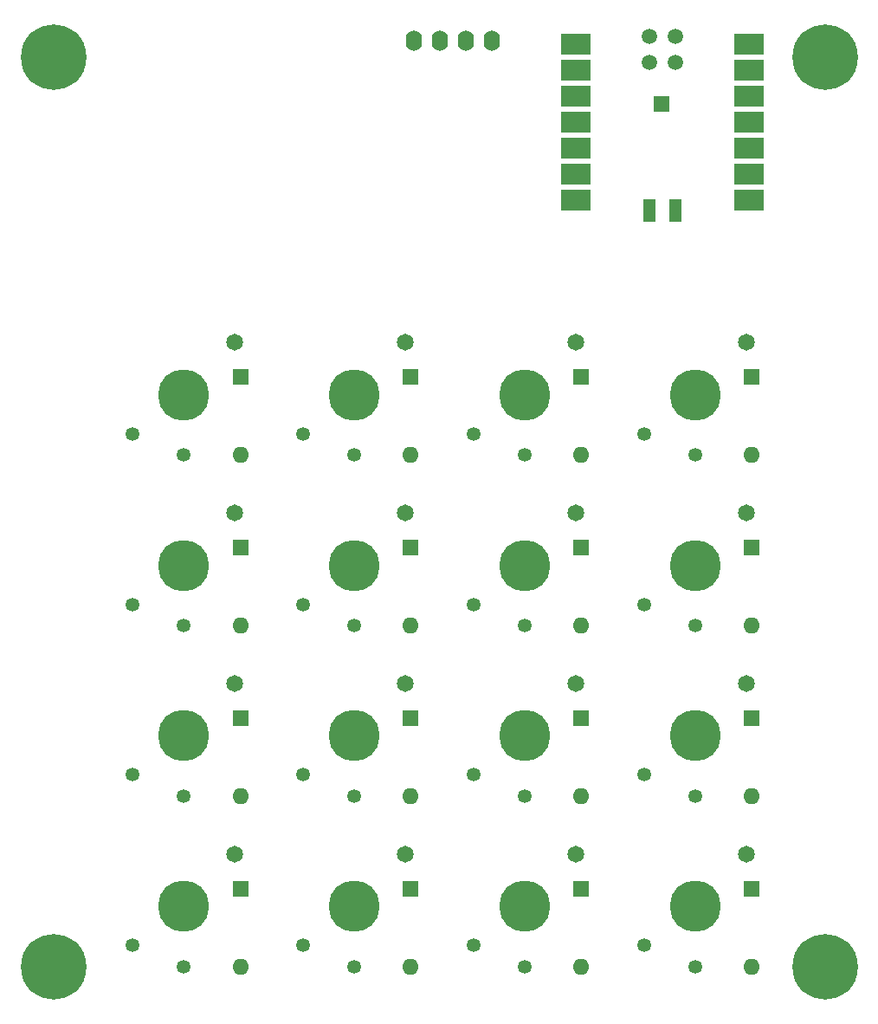
<source format=gbs>
G04 #@! TF.GenerationSoftware,KiCad,Pcbnew,7.0.11*
G04 #@! TF.CreationDate,2024-09-20T17:57:02+02:00*
G04 #@! TF.ProjectId,macropad,6d616372-6f70-4616-942e-6b696361645f,rev?*
G04 #@! TF.SameCoordinates,Original*
G04 #@! TF.FileFunction,Soldermask,Bot*
G04 #@! TF.FilePolarity,Negative*
%FSLAX46Y46*%
G04 Gerber Fmt 4.6, Leading zero omitted, Abs format (unit mm)*
G04 Created by KiCad (PCBNEW 7.0.11) date 2024-09-20 17:57:02*
%MOMM*%
%LPD*%
G01*
G04 APERTURE LIST*
G04 Aperture macros list*
%AMRoundRect*
0 Rectangle with rounded corners*
0 $1 Rounding radius*
0 $2 $3 $4 $5 $6 $7 $8 $9 X,Y pos of 4 corners*
0 Add a 4 corners polygon primitive as box body*
4,1,4,$2,$3,$4,$5,$6,$7,$8,$9,$2,$3,0*
0 Add four circle primitives for the rounded corners*
1,1,$1+$1,$2,$3*
1,1,$1+$1,$4,$5*
1,1,$1+$1,$6,$7*
1,1,$1+$1,$8,$9*
0 Add four rect primitives between the rounded corners*
20,1,$1+$1,$2,$3,$4,$5,0*
20,1,$1+$1,$4,$5,$6,$7,0*
20,1,$1+$1,$6,$7,$8,$9,0*
20,1,$1+$1,$8,$9,$2,$3,0*%
G04 Aperture macros list end*
%ADD10C,5.000000*%
%ADD11C,1.650000*%
%ADD12C,1.350000*%
%ADD13O,1.600000X2.000000*%
%ADD14C,6.400000*%
%ADD15RoundRect,0.250000X-0.550000X-0.550000X0.550000X-0.550000X0.550000X0.550000X-0.550000X0.550000X0*%
%ADD16R,1.600000X1.600000*%
%ADD17O,1.600000X1.600000*%
%ADD18R,3.000000X2.000000*%
%ADD19C,1.500000*%
%ADD20R,1.300000X2.300000*%
G04 APERTURE END LIST*
D10*
X137431250Y-103831250D03*
D11*
X142431250Y-98681250D03*
D12*
X137431250Y-109731250D03*
X132431250Y-107631250D03*
D10*
X170768750Y-137168750D03*
D11*
X175768750Y-132018750D03*
D12*
X170768750Y-143068750D03*
X165768750Y-140968750D03*
D10*
X137431250Y-87162500D03*
D11*
X142431250Y-82012500D03*
D12*
X137431250Y-93062500D03*
X132431250Y-90962500D03*
D10*
X154100000Y-120500000D03*
D11*
X159100000Y-115350000D03*
D12*
X154100000Y-126400000D03*
X149100000Y-124300000D03*
D10*
X170768750Y-120500000D03*
D11*
X175768750Y-115350000D03*
D12*
X170768750Y-126400000D03*
X165768750Y-124300000D03*
D10*
X187437500Y-120500000D03*
D11*
X192437500Y-115350000D03*
D12*
X187437500Y-126400000D03*
X182437500Y-124300000D03*
D10*
X170768750Y-103831250D03*
D11*
X175768750Y-98681250D03*
D12*
X170768750Y-109731250D03*
X165768750Y-107631250D03*
D10*
X187437500Y-87162500D03*
D11*
X192437500Y-82012500D03*
D12*
X187437500Y-93062500D03*
X182437500Y-90962500D03*
D10*
X137431250Y-120500000D03*
D11*
X142431250Y-115350000D03*
D12*
X137431250Y-126400000D03*
X132431250Y-124300000D03*
D13*
X159973750Y-52537500D03*
X162513750Y-52537500D03*
X165053750Y-52537500D03*
X167593750Y-52537500D03*
D10*
X154100000Y-87162500D03*
D11*
X159100000Y-82012500D03*
D12*
X154100000Y-93062500D03*
X149100000Y-90962500D03*
D14*
X124731250Y-143068750D03*
D10*
X187437500Y-103831250D03*
D11*
X192437500Y-98681250D03*
D12*
X187437500Y-109731250D03*
X182437500Y-107631250D03*
D10*
X170768750Y-87162500D03*
D11*
X175768750Y-82012500D03*
D12*
X170768750Y-93062500D03*
X165768750Y-90962500D03*
D10*
X137431250Y-137168750D03*
D11*
X142431250Y-132018750D03*
D12*
X137431250Y-143068750D03*
X132431250Y-140968750D03*
D10*
X154100000Y-103831250D03*
D11*
X159100000Y-98681250D03*
D12*
X154100000Y-109731250D03*
X149100000Y-107631250D03*
D10*
X187437500Y-137168750D03*
D11*
X192437500Y-132018750D03*
D12*
X187437500Y-143068750D03*
X182437500Y-140968750D03*
D10*
X154100000Y-137168750D03*
D11*
X159100000Y-132018750D03*
D12*
X154100000Y-143068750D03*
X149100000Y-140968750D03*
D15*
X184150000Y-58737500D03*
D14*
X200137500Y-143068750D03*
X124731250Y-54168750D03*
D16*
X176325000Y-85442500D03*
D17*
X176325000Y-93062500D03*
D16*
X192993750Y-102111250D03*
D17*
X192993750Y-109731250D03*
D16*
X159656250Y-135448750D03*
D17*
X159656250Y-143068750D03*
D16*
X142987500Y-102111250D03*
D17*
X142987500Y-109731250D03*
D16*
X159656250Y-118780000D03*
D17*
X159656250Y-126400000D03*
D16*
X192993750Y-85442500D03*
D17*
X192993750Y-93062500D03*
D16*
X192993750Y-135448750D03*
D17*
X192993750Y-143068750D03*
D16*
X142987500Y-135448750D03*
D17*
X142987500Y-143068750D03*
D16*
X142987500Y-85442500D03*
D17*
X142987500Y-93062500D03*
D16*
X176325000Y-102111250D03*
D17*
X176325000Y-109731250D03*
D14*
X200137500Y-54168750D03*
D18*
X192762500Y-52898750D03*
X192762500Y-55438750D03*
X192762500Y-57978750D03*
X192762500Y-60518750D03*
X192762500Y-63058750D03*
X192762500Y-65598750D03*
X192762500Y-68138750D03*
X175762500Y-68138750D03*
X175762500Y-65598750D03*
X175762500Y-63058750D03*
X175762500Y-60518750D03*
X175762500Y-57978750D03*
X175762500Y-55438750D03*
X175762500Y-52898750D03*
D19*
X185532500Y-52128750D03*
X182992500Y-52128750D03*
X185532500Y-54668750D03*
X182992500Y-54668750D03*
D20*
X185532500Y-69118750D03*
X182992500Y-69118750D03*
D16*
X142987500Y-118780000D03*
D17*
X142987500Y-126400000D03*
D16*
X176325000Y-118780000D03*
D17*
X176325000Y-126400000D03*
D16*
X192993750Y-118780000D03*
D17*
X192993750Y-126400000D03*
D16*
X159656250Y-85442500D03*
D17*
X159656250Y-93062500D03*
D16*
X159656250Y-102111250D03*
D17*
X159656250Y-109731250D03*
D16*
X176325000Y-135448750D03*
D17*
X176325000Y-143068750D03*
M02*

</source>
